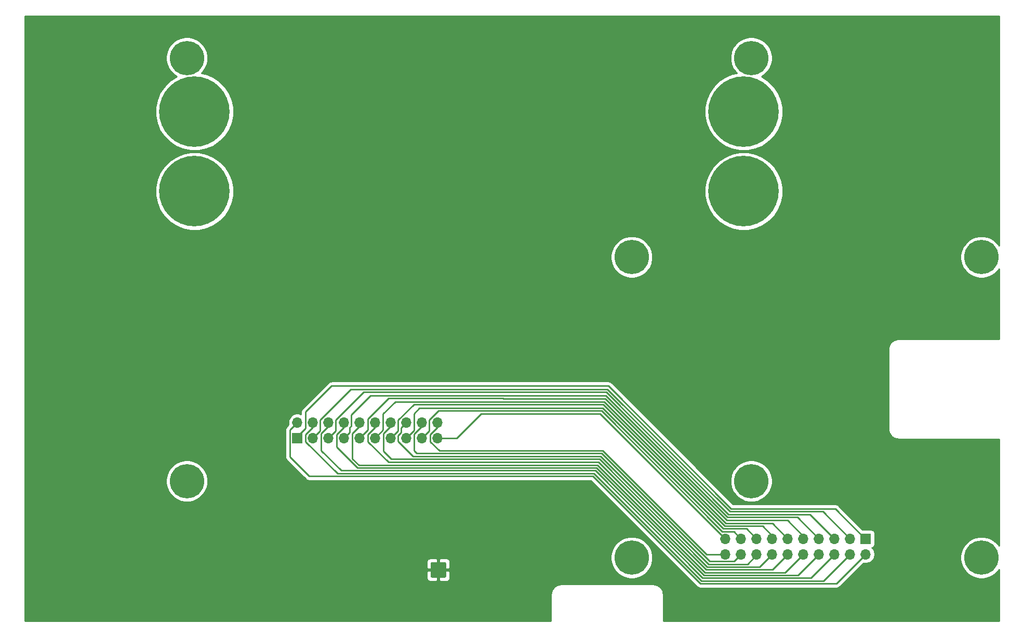
<source format=gbr>
%TF.GenerationSoftware,KiCad,Pcbnew,(5.1.9)-1*%
%TF.CreationDate,2021-09-07T11:59:18+02:00*%
%TF.ProjectId,DDS_mount,4444535f-6d6f-4756-9e74-2e6b69636164,rev?*%
%TF.SameCoordinates,Original*%
%TF.FileFunction,Copper,L1,Top*%
%TF.FilePolarity,Positive*%
%FSLAX46Y46*%
G04 Gerber Fmt 4.6, Leading zero omitted, Abs format (unit mm)*
G04 Created by KiCad (PCBNEW (5.1.9)-1) date 2021-09-07 11:59:18*
%MOMM*%
%LPD*%
G01*
G04 APERTURE LIST*
%TA.AperFunction,ComponentPad*%
%ADD10C,5.600000*%
%TD*%
%TA.AperFunction,ComponentPad*%
%ADD11O,1.700000X1.700000*%
%TD*%
%TA.AperFunction,ComponentPad*%
%ADD12R,1.700000X1.700000*%
%TD*%
%TA.AperFunction,ComponentPad*%
%ADD13C,11.500000*%
%TD*%
%TA.AperFunction,Conductor*%
%ADD14C,0.250000*%
%TD*%
%TA.AperFunction,Conductor*%
%ADD15C,0.254000*%
%TD*%
%TA.AperFunction,Conductor*%
%ADD16C,0.100000*%
%TD*%
G04 APERTURE END LIST*
D10*
%TO.P,J1,~*%
%TO.N,N/C*%
X206500000Y-90000000D03*
X149500000Y-90000000D03*
X206500000Y-139000000D03*
X149500000Y-139000000D03*
D11*
%TO.P,J1,20*%
%TO.N,Net-(J1-Pad20)*%
X164790000Y-138440000D03*
%TO.P,J1,19*%
%TO.N,Net-(J1-Pad19)*%
X164790000Y-135900000D03*
%TO.P,J1,18*%
%TO.N,Net-(J1-Pad18)*%
X167330000Y-138440000D03*
%TO.P,J1,17*%
%TO.N,Net-(J1-Pad17)*%
X167330000Y-135900000D03*
%TO.P,J1,16*%
%TO.N,Net-(J1-Pad16)*%
X169870000Y-138440000D03*
%TO.P,J1,15*%
%TO.N,Net-(J1-Pad15)*%
X169870000Y-135900000D03*
%TO.P,J1,14*%
%TO.N,Net-(J1-Pad14)*%
X172410000Y-138440000D03*
%TO.P,J1,13*%
%TO.N,Net-(J1-Pad13)*%
X172410000Y-135900000D03*
%TO.P,J1,12*%
%TO.N,Net-(J1-Pad12)*%
X174950000Y-138440000D03*
%TO.P,J1,11*%
%TO.N,Net-(J1-Pad11)*%
X174950000Y-135900000D03*
%TO.P,J1,10*%
%TO.N,Net-(J1-Pad10)*%
X177490000Y-138440000D03*
%TO.P,J1,9*%
%TO.N,Net-(J1-Pad9)*%
X177490000Y-135900000D03*
%TO.P,J1,8*%
%TO.N,Net-(J1-Pad8)*%
X180030000Y-138440000D03*
%TO.P,J1,7*%
%TO.N,Net-(J1-Pad7)*%
X180030000Y-135900000D03*
%TO.P,J1,6*%
%TO.N,Net-(J1-Pad6)*%
X182570000Y-138440000D03*
%TO.P,J1,5*%
%TO.N,Net-(J1-Pad5)*%
X182570000Y-135900000D03*
%TO.P,J1,4*%
%TO.N,Net-(J1-Pad4)*%
X185110000Y-138440000D03*
%TO.P,J1,3*%
%TO.N,Net-(J1-Pad3)*%
X185110000Y-135900000D03*
%TO.P,J1,2*%
%TO.N,Net-(J1-Pad2)*%
X187650000Y-138440000D03*
D12*
%TO.P,J1,1*%
%TO.N,Net-(J1-Pad1)*%
X187650000Y-135900000D03*
%TD*%
D13*
%TO.P,J2,~*%
%TO.N,N/C*%
X167750000Y-79250000D03*
X167750000Y-66250000D03*
X78250000Y-79250000D03*
X78250000Y-66250000D03*
D10*
X169000000Y-126500000D03*
X169000000Y-57500000D03*
X77000000Y-57500000D03*
X77000000Y-126500000D03*
D11*
%TO.P,J2,20*%
%TO.N,Net-(J1-Pad20)*%
X117860000Y-116960000D03*
%TO.P,J2,19*%
%TO.N,Net-(J1-Pad19)*%
X117860000Y-119500000D03*
%TO.P,J2,18*%
%TO.N,Net-(J1-Pad18)*%
X115320000Y-116960000D03*
%TO.P,J2,17*%
%TO.N,Net-(J1-Pad17)*%
X115320000Y-119500000D03*
%TO.P,J2,16*%
%TO.N,Net-(J1-Pad16)*%
X112780000Y-116960000D03*
%TO.P,J2,15*%
%TO.N,Net-(J1-Pad15)*%
X112780000Y-119500000D03*
%TO.P,J2,14*%
%TO.N,Net-(J1-Pad14)*%
X110240000Y-116960000D03*
%TO.P,J2,13*%
%TO.N,Net-(J1-Pad13)*%
X110240000Y-119500000D03*
%TO.P,J2,12*%
%TO.N,Net-(J1-Pad12)*%
X107700000Y-116960000D03*
%TO.P,J2,11*%
%TO.N,Net-(J1-Pad11)*%
X107700000Y-119500000D03*
%TO.P,J2,10*%
%TO.N,Net-(J1-Pad10)*%
X105160000Y-116960000D03*
%TO.P,J2,9*%
%TO.N,Net-(J1-Pad9)*%
X105160000Y-119500000D03*
%TO.P,J2,8*%
%TO.N,Net-(J1-Pad8)*%
X102620000Y-116960000D03*
%TO.P,J2,7*%
%TO.N,Net-(J1-Pad7)*%
X102620000Y-119500000D03*
%TO.P,J2,6*%
%TO.N,Net-(J1-Pad6)*%
X100080000Y-116960000D03*
%TO.P,J2,5*%
%TO.N,Net-(J1-Pad5)*%
X100080000Y-119500000D03*
%TO.P,J2,4*%
%TO.N,Net-(J1-Pad4)*%
X97540000Y-116960000D03*
%TO.P,J2,3*%
%TO.N,Net-(J1-Pad3)*%
X97540000Y-119500000D03*
%TO.P,J2,2*%
%TO.N,Net-(J1-Pad2)*%
X95000000Y-116960000D03*
D12*
%TO.P,J2,1*%
%TO.N,Net-(J1-Pad1)*%
X95000000Y-119500000D03*
%TD*%
%TO.P,J3,1*%
%TO.N,GND*%
%TA.AperFunction,ComponentPad*%
G36*
G01*
X116725000Y-142025001D02*
X116725000Y-139974999D01*
G75*
G02*
X116974999Y-139725000I249999J0D01*
G01*
X119025001Y-139725000D01*
G75*
G02*
X119275000Y-139974999I0J-249999D01*
G01*
X119275000Y-142025001D01*
G75*
G02*
X119025001Y-142275000I-249999J0D01*
G01*
X116974999Y-142275000D01*
G75*
G02*
X116725000Y-142025001I0J249999D01*
G01*
G37*
%TD.AperFunction*%
%TD*%
D14*
%TO.N,Net-(J1-Pad1)*%
X95000000Y-119500000D02*
X95000000Y-119300000D01*
X96364999Y-117935001D02*
X96364999Y-115235001D01*
X95000000Y-119300000D02*
X96364999Y-117935001D01*
X96364999Y-115235001D02*
X100600000Y-111000000D01*
X100600000Y-111000000D02*
X145700000Y-111000000D01*
X165720511Y-131020511D02*
X182679489Y-131020511D01*
X145700000Y-111000000D02*
X165720511Y-131020511D01*
X187558978Y-135900000D02*
X187650000Y-135900000D01*
X182679489Y-131020511D02*
X187558978Y-135900000D01*
%TO.N,Net-(J1-Pad2)*%
X93824999Y-118135001D02*
X95000000Y-116960000D01*
X93824999Y-122549999D02*
X93824999Y-118135001D01*
X96975050Y-125700050D02*
X93824999Y-122549999D01*
X143181592Y-125700050D02*
X96975050Y-125700050D01*
X160696617Y-143215075D02*
X143181592Y-125700050D01*
X182874925Y-143215075D02*
X160696617Y-143215075D01*
X187650000Y-138440000D02*
X182874925Y-143215075D01*
%TO.N,Net-(J1-Pad3)*%
X98715001Y-118324999D02*
X97540000Y-119500000D01*
X98715001Y-116584999D02*
X98715001Y-118324999D01*
X145556676Y-111549990D02*
X103750010Y-111549990D01*
X103750010Y-111549990D02*
X98715001Y-116584999D01*
X165477207Y-131470521D02*
X145556676Y-111549990D01*
X180680521Y-131470521D02*
X165477207Y-131470521D01*
X185110000Y-135900000D02*
X180680521Y-131470521D01*
%TO.N,Net-(J1-Pad4)*%
X96364999Y-120064001D02*
X101551038Y-125250040D01*
X96364999Y-118910001D02*
X96364999Y-120064001D01*
X97540000Y-117735000D02*
X96364999Y-118910001D01*
X97540000Y-116960000D02*
X97540000Y-117735000D01*
X180784934Y-142765066D02*
X185110000Y-138440000D01*
X160883018Y-142765066D02*
X180784934Y-142765066D01*
X143367990Y-125250040D02*
X160883018Y-142765066D01*
X101551038Y-125250040D02*
X143367990Y-125250040D01*
%TO.N,Net-(J1-Pad5)*%
X101255001Y-116585997D02*
X105840998Y-112000000D01*
X101255001Y-118324999D02*
X101255001Y-116585997D01*
X100080000Y-119500000D02*
X101255001Y-118324999D01*
X145370276Y-112000000D02*
X165290807Y-131920531D01*
X105840998Y-112000000D02*
X145370276Y-112000000D01*
X178590531Y-131920531D02*
X182570000Y-135900000D01*
X165290807Y-131920531D02*
X178590531Y-131920531D01*
%TO.N,Net-(J1-Pad6)*%
X178694942Y-142315058D02*
X161069417Y-142315057D01*
X182570000Y-138440000D02*
X178694942Y-142315058D01*
X143554390Y-124800030D02*
X102175030Y-124800030D01*
X161069417Y-142315057D02*
X143554390Y-124800030D01*
X100080000Y-117596410D02*
X100080000Y-116960000D01*
X98904999Y-118771411D02*
X100080000Y-117596410D01*
X98904999Y-121529999D02*
X98904999Y-118771411D01*
X102175030Y-124800030D02*
X98904999Y-121529999D01*
%TO.N,Net-(J1-Pad7)*%
X103550000Y-118570000D02*
X102620000Y-119500000D01*
X103550000Y-117769002D02*
X103550000Y-118570000D01*
X103795001Y-117524001D02*
X103550000Y-117769002D01*
X103775000Y-116375998D02*
X103795001Y-116395999D01*
X103775000Y-115725000D02*
X103775000Y-116375998D01*
X106950009Y-112549991D02*
X103775000Y-115725000D01*
X145283857Y-112549991D02*
X106950009Y-112549991D01*
X103795001Y-116395999D02*
X103795001Y-117524001D01*
X165104407Y-132370541D02*
X145283857Y-112549991D01*
X176500541Y-132370541D02*
X165104407Y-132370541D01*
X180030000Y-135900000D02*
X176500541Y-132370541D01*
%TO.N,Net-(J1-Pad8)*%
X102620000Y-116960000D02*
X102620000Y-117760998D01*
X102620000Y-117760998D02*
X101444999Y-118935999D01*
X101444999Y-118935999D02*
X101444999Y-120956409D01*
X161255818Y-141865048D02*
X176604952Y-141865048D01*
X101444999Y-120956409D02*
X104838610Y-124350020D01*
X104838610Y-124350020D02*
X143740790Y-124350020D01*
X143740790Y-124350020D02*
X161255818Y-141865048D01*
X176604952Y-141865048D02*
X180030000Y-138440000D01*
%TO.N,Net-(J1-Pad9)*%
X106524999Y-116395999D02*
X109920998Y-113000000D01*
X106524999Y-118135001D02*
X106524999Y-116395999D01*
X105160000Y-119500000D02*
X106524999Y-118135001D01*
X128500000Y-113000000D02*
X128599980Y-113099980D01*
X128599980Y-113099980D02*
X145197437Y-113099981D01*
X109920998Y-113000000D02*
X128500000Y-113000000D01*
X165022415Y-132924959D02*
X174924959Y-132924959D01*
X145197437Y-113099981D02*
X165022415Y-132924959D01*
X177490000Y-135490000D02*
X177490000Y-135900000D01*
X174924959Y-132924959D02*
X177490000Y-135490000D01*
%TO.N,Net-(J1-Pad10)*%
X105160000Y-116960000D02*
X105160000Y-117596410D01*
X103984999Y-118771411D02*
X103984999Y-122859999D01*
X161442218Y-141415038D02*
X143927190Y-123900010D01*
X177490000Y-138440000D02*
X174514962Y-141415038D01*
X174514962Y-141415038D02*
X161442218Y-141415038D01*
X105160000Y-117596410D02*
X103984999Y-118771411D01*
X143927190Y-123900010D02*
X105025010Y-123900010D01*
X105025010Y-123900010D02*
X103984999Y-122859999D01*
%TO.N,Net-(J1-Pad11)*%
X174950000Y-135900000D02*
X172424969Y-133374969D01*
X172424969Y-133374969D02*
X164836015Y-133374969D01*
X145011036Y-113549990D02*
X110950010Y-113549990D01*
X164836015Y-133374969D02*
X145011036Y-113549990D01*
X110950010Y-113549990D02*
X109000000Y-115500000D01*
X109000000Y-118200000D02*
X107700000Y-119500000D01*
X109000000Y-115500000D02*
X109000000Y-118200000D01*
%TO.N,Net-(J1-Pad12)*%
X109910998Y-123450000D02*
X144113590Y-123450000D01*
X161628619Y-140965029D02*
X172424971Y-140965029D01*
X144113590Y-123450000D02*
X161628619Y-140965029D01*
X106524999Y-118935999D02*
X106524999Y-120064001D01*
X107700000Y-117760998D02*
X106524999Y-118935999D01*
X172424971Y-140965029D02*
X174950000Y-138440000D01*
X107700000Y-116960000D02*
X107700000Y-117760998D01*
X106524999Y-120064001D02*
X109910998Y-123450000D01*
%TO.N,Net-(J1-Pad13)*%
X111415001Y-116585997D02*
X114000998Y-114000000D01*
X111415001Y-118324999D02*
X111415001Y-116585997D01*
X110240000Y-119500000D02*
X111415001Y-118324999D01*
X114000998Y-114000000D02*
X144824636Y-114000000D01*
X164649615Y-133824979D02*
X170824979Y-133824979D01*
X144824636Y-114000000D02*
X164649615Y-133824979D01*
X172410000Y-135410000D02*
X172410000Y-135900000D01*
X170824979Y-133824979D02*
X172410000Y-135410000D01*
%TO.N,Net-(J1-Pad14)*%
X110325010Y-122925010D02*
X109064999Y-121664999D01*
X170334980Y-140515020D02*
X161815020Y-140515020D01*
X161815020Y-140515020D02*
X144225010Y-122925010D01*
X172410000Y-138440000D02*
X170334980Y-140515020D01*
X144225010Y-122925010D02*
X110325010Y-122925010D01*
X110240000Y-117596410D02*
X110240000Y-116960000D01*
X109064999Y-121664999D02*
X109064999Y-118771411D01*
X109064999Y-118771411D02*
X110240000Y-117596410D01*
%TO.N,Net-(J1-Pad15)*%
X169870000Y-135900000D02*
X168244989Y-134274989D01*
X144762801Y-114599981D02*
X114900019Y-114599981D01*
X164437809Y-134274989D02*
X144762801Y-114599981D01*
X168244989Y-134274989D02*
X164437809Y-134274989D01*
X114900019Y-114599981D02*
X114000000Y-115500000D01*
X114000000Y-118280000D02*
X112780000Y-119500000D01*
X114000000Y-115500000D02*
X114000000Y-118280000D01*
%TO.N,Net-(J1-Pad16)*%
X111930001Y-118619999D02*
X111425000Y-119125000D01*
X111425000Y-119125000D02*
X111425000Y-120054002D01*
X169870000Y-138555000D02*
X169870000Y-138440000D01*
X112780000Y-116960000D02*
X111930001Y-117809999D01*
X111930001Y-117809999D02*
X111930001Y-118619999D01*
X111425000Y-120054002D02*
X113845998Y-122475000D01*
X113845998Y-122475000D02*
X144438590Y-122475000D01*
X144438590Y-122475000D02*
X162028601Y-140065011D01*
X162028601Y-140065011D02*
X168359989Y-140065011D01*
X168359989Y-140065011D02*
X169870000Y-138555000D01*
%TO.N,Net-(J1-Pad17)*%
X116495001Y-116585997D02*
X116495001Y-118324999D01*
X118031007Y-115049991D02*
X116495001Y-116585997D01*
X144576401Y-115049991D02*
X118031007Y-115049991D01*
X164251409Y-134724999D02*
X144576401Y-115049991D01*
X116495001Y-118324999D02*
X115320000Y-119500000D01*
X166154999Y-134724999D02*
X164775001Y-134724999D01*
X167330000Y-135900000D02*
X166154999Y-134724999D01*
X164775001Y-134724999D02*
X164251409Y-134724999D01*
X165354001Y-134724999D02*
X164775001Y-134724999D01*
%TO.N,Net-(J1-Pad18)*%
X114050000Y-121550000D02*
X114050000Y-118866410D01*
X115320000Y-117596410D02*
X115320000Y-116960000D01*
X166154999Y-139615001D02*
X162215001Y-139615001D01*
X162215001Y-139615001D02*
X144600010Y-122000010D01*
X167330000Y-138440000D02*
X166154999Y-139615001D01*
X144600010Y-122000010D02*
X114500010Y-122000010D01*
X114500010Y-122000010D02*
X114050000Y-121550000D01*
X114050000Y-118866410D02*
X115320000Y-117596410D01*
%TO.N,Net-(J1-Pad19)*%
X117860000Y-119500000D02*
X121000000Y-119500000D01*
X121000000Y-119500000D02*
X125000000Y-115500000D01*
X144390000Y-115500000D02*
X164790000Y-135900000D01*
X125000000Y-115500000D02*
X144390000Y-115500000D01*
%TO.N,Net-(J1-Pad20)*%
X144800000Y-121550000D02*
X161690000Y-138440000D01*
X118170998Y-121550000D02*
X144800000Y-121550000D01*
X116684999Y-120064001D02*
X118170998Y-121550000D01*
X116684999Y-118935999D02*
X116684999Y-120064001D01*
X161690000Y-138440000D02*
X164790000Y-138440000D01*
X117860000Y-117760998D02*
X116684999Y-118935999D01*
X117860000Y-116960000D02*
X117860000Y-117760998D01*
%TD*%
D15*
%TO.N,GND*%
X209340001Y-88067526D02*
X209168138Y-87810315D01*
X208689685Y-87331862D01*
X208127082Y-86955943D01*
X207501952Y-86697006D01*
X206838318Y-86565000D01*
X206161682Y-86565000D01*
X205498048Y-86697006D01*
X204872918Y-86955943D01*
X204310315Y-87331862D01*
X203831862Y-87810315D01*
X203455943Y-88372918D01*
X203197006Y-88998048D01*
X203065000Y-89661682D01*
X203065000Y-90338318D01*
X203197006Y-91001952D01*
X203455943Y-91627082D01*
X203831862Y-92189685D01*
X204310315Y-92668138D01*
X204872918Y-93044057D01*
X205498048Y-93302994D01*
X206161682Y-93435000D01*
X206838318Y-93435000D01*
X207501952Y-93302994D01*
X208127082Y-93044057D01*
X208689685Y-92668138D01*
X209168138Y-92189685D01*
X209340001Y-91932474D01*
X209340001Y-103340000D01*
X192967581Y-103340000D01*
X192939326Y-103342783D01*
X192933199Y-103342740D01*
X192924028Y-103343640D01*
X192729931Y-103364041D01*
X192671348Y-103376066D01*
X192612577Y-103387277D01*
X192603755Y-103389941D01*
X192417317Y-103447653D01*
X192362162Y-103470838D01*
X192306709Y-103493242D01*
X192298573Y-103497568D01*
X192126896Y-103590393D01*
X192077278Y-103623861D01*
X192027247Y-103656600D01*
X192020106Y-103662424D01*
X191869728Y-103786828D01*
X191827589Y-103829263D01*
X191784839Y-103871126D01*
X191778966Y-103878227D01*
X191655616Y-104029469D01*
X191622534Y-104079262D01*
X191588716Y-104128651D01*
X191584333Y-104136757D01*
X191492708Y-104309079D01*
X191469909Y-104364394D01*
X191446348Y-104419366D01*
X191443623Y-104428169D01*
X191387214Y-104615005D01*
X191375594Y-104673693D01*
X191363158Y-104732196D01*
X191362195Y-104741361D01*
X191343150Y-104935595D01*
X191340000Y-104967582D01*
X191340001Y-118032419D01*
X191342783Y-118060664D01*
X191342740Y-118066801D01*
X191343640Y-118075972D01*
X191364041Y-118270069D01*
X191376068Y-118328658D01*
X191387277Y-118387423D01*
X191389941Y-118396245D01*
X191447653Y-118582683D01*
X191470838Y-118637838D01*
X191493242Y-118693291D01*
X191497568Y-118701427D01*
X191590393Y-118873104D01*
X191623846Y-118922699D01*
X191656600Y-118972753D01*
X191662424Y-118979894D01*
X191786828Y-119130272D01*
X191829263Y-119172411D01*
X191871126Y-119215161D01*
X191878227Y-119221034D01*
X192029469Y-119344384D01*
X192079277Y-119377477D01*
X192128651Y-119411284D01*
X192136757Y-119415667D01*
X192309080Y-119507292D01*
X192364392Y-119530090D01*
X192419366Y-119553652D01*
X192428169Y-119556377D01*
X192615006Y-119612786D01*
X192673686Y-119624405D01*
X192732196Y-119636842D01*
X192741361Y-119637805D01*
X192935594Y-119656850D01*
X192935598Y-119656850D01*
X192967581Y-119660000D01*
X209340000Y-119660000D01*
X209340001Y-137067526D01*
X209168138Y-136810315D01*
X208689685Y-136331862D01*
X208127082Y-135955943D01*
X207501952Y-135697006D01*
X206838318Y-135565000D01*
X206161682Y-135565000D01*
X205498048Y-135697006D01*
X204872918Y-135955943D01*
X204310315Y-136331862D01*
X203831862Y-136810315D01*
X203455943Y-137372918D01*
X203197006Y-137998048D01*
X203065000Y-138661682D01*
X203065000Y-139338318D01*
X203197006Y-140001952D01*
X203455943Y-140627082D01*
X203831862Y-141189685D01*
X204310315Y-141668138D01*
X204872918Y-142044057D01*
X205498048Y-142302994D01*
X206161682Y-142435000D01*
X206838318Y-142435000D01*
X207501952Y-142302994D01*
X208127082Y-142044057D01*
X208689685Y-141668138D01*
X209168138Y-141189685D01*
X209340001Y-140932474D01*
X209340001Y-149340000D01*
X154660000Y-149340000D01*
X154660000Y-144967581D01*
X154657217Y-144939326D01*
X154657260Y-144933199D01*
X154656360Y-144924028D01*
X154635959Y-144729931D01*
X154623934Y-144671348D01*
X154612723Y-144612577D01*
X154610059Y-144603755D01*
X154552347Y-144417317D01*
X154529162Y-144362162D01*
X154506758Y-144306709D01*
X154502432Y-144298573D01*
X154409607Y-144126896D01*
X154376139Y-144077278D01*
X154343400Y-144027247D01*
X154337576Y-144020106D01*
X154213172Y-143869728D01*
X154170737Y-143827589D01*
X154128874Y-143784839D01*
X154121773Y-143778966D01*
X153970531Y-143655616D01*
X153920738Y-143622534D01*
X153871349Y-143588716D01*
X153863243Y-143584333D01*
X153690921Y-143492708D01*
X153635606Y-143469909D01*
X153580634Y-143446348D01*
X153571831Y-143443623D01*
X153384995Y-143387214D01*
X153326307Y-143375594D01*
X153267804Y-143363158D01*
X153258639Y-143362195D01*
X153064405Y-143343150D01*
X153064402Y-143343150D01*
X153032419Y-143340000D01*
X137967581Y-143340000D01*
X137939326Y-143342783D01*
X137933199Y-143342740D01*
X137924028Y-143343640D01*
X137729931Y-143364041D01*
X137671348Y-143376066D01*
X137612577Y-143387277D01*
X137603755Y-143389941D01*
X137417317Y-143447653D01*
X137362162Y-143470838D01*
X137306709Y-143493242D01*
X137298573Y-143497568D01*
X137126896Y-143590393D01*
X137077278Y-143623861D01*
X137027247Y-143656600D01*
X137020106Y-143662424D01*
X136869728Y-143786828D01*
X136827589Y-143829263D01*
X136784839Y-143871126D01*
X136778966Y-143878227D01*
X136655616Y-144029469D01*
X136622534Y-144079262D01*
X136588716Y-144128651D01*
X136584333Y-144136757D01*
X136492708Y-144309079D01*
X136469909Y-144364394D01*
X136446348Y-144419366D01*
X136443623Y-144428169D01*
X136387214Y-144615005D01*
X136375594Y-144673693D01*
X136363158Y-144732196D01*
X136362195Y-144741361D01*
X136343150Y-144935595D01*
X136340000Y-144967582D01*
X136340001Y-149340000D01*
X50660000Y-149340000D01*
X50660000Y-142275000D01*
X116086928Y-142275000D01*
X116099188Y-142399482D01*
X116135498Y-142519180D01*
X116194463Y-142629494D01*
X116273815Y-142726185D01*
X116370506Y-142805537D01*
X116480820Y-142864502D01*
X116600518Y-142900812D01*
X116725000Y-142913072D01*
X117714250Y-142910000D01*
X117873000Y-142751250D01*
X117873000Y-141127000D01*
X118127000Y-141127000D01*
X118127000Y-142751250D01*
X118285750Y-142910000D01*
X119275000Y-142913072D01*
X119399482Y-142900812D01*
X119519180Y-142864502D01*
X119629494Y-142805537D01*
X119726185Y-142726185D01*
X119805537Y-142629494D01*
X119864502Y-142519180D01*
X119900812Y-142399482D01*
X119913072Y-142275000D01*
X119910000Y-141285750D01*
X119751250Y-141127000D01*
X118127000Y-141127000D01*
X117873000Y-141127000D01*
X116248750Y-141127000D01*
X116090000Y-141285750D01*
X116086928Y-142275000D01*
X50660000Y-142275000D01*
X50660000Y-139725000D01*
X116086928Y-139725000D01*
X116090000Y-140714250D01*
X116248750Y-140873000D01*
X117873000Y-140873000D01*
X117873000Y-139248750D01*
X118127000Y-139248750D01*
X118127000Y-140873000D01*
X119751250Y-140873000D01*
X119910000Y-140714250D01*
X119913072Y-139725000D01*
X119900812Y-139600518D01*
X119864502Y-139480820D01*
X119805537Y-139370506D01*
X119726185Y-139273815D01*
X119629494Y-139194463D01*
X119519180Y-139135498D01*
X119399482Y-139099188D01*
X119275000Y-139086928D01*
X118285750Y-139090000D01*
X118127000Y-139248750D01*
X117873000Y-139248750D01*
X117714250Y-139090000D01*
X116725000Y-139086928D01*
X116600518Y-139099188D01*
X116480820Y-139135498D01*
X116370506Y-139194463D01*
X116273815Y-139273815D01*
X116194463Y-139370506D01*
X116135498Y-139480820D01*
X116099188Y-139600518D01*
X116086928Y-139725000D01*
X50660000Y-139725000D01*
X50660000Y-138661682D01*
X146065000Y-138661682D01*
X146065000Y-139338318D01*
X146197006Y-140001952D01*
X146455943Y-140627082D01*
X146831862Y-141189685D01*
X147310315Y-141668138D01*
X147872918Y-142044057D01*
X148498048Y-142302994D01*
X149161682Y-142435000D01*
X149838318Y-142435000D01*
X150501952Y-142302994D01*
X151127082Y-142044057D01*
X151689685Y-141668138D01*
X152168138Y-141189685D01*
X152544057Y-140627082D01*
X152802994Y-140001952D01*
X152935000Y-139338318D01*
X152935000Y-138661682D01*
X152802994Y-137998048D01*
X152544057Y-137372918D01*
X152168138Y-136810315D01*
X151689685Y-136331862D01*
X151127082Y-135955943D01*
X150501952Y-135697006D01*
X149838318Y-135565000D01*
X149161682Y-135565000D01*
X148498048Y-135697006D01*
X147872918Y-135955943D01*
X147310315Y-136331862D01*
X146831862Y-136810315D01*
X146455943Y-137372918D01*
X146197006Y-137998048D01*
X146065000Y-138661682D01*
X50660000Y-138661682D01*
X50660000Y-126161682D01*
X73565000Y-126161682D01*
X73565000Y-126838318D01*
X73697006Y-127501952D01*
X73955943Y-128127082D01*
X74331862Y-128689685D01*
X74810315Y-129168138D01*
X75372918Y-129544057D01*
X75998048Y-129802994D01*
X76661682Y-129935000D01*
X77338318Y-129935000D01*
X78001952Y-129802994D01*
X78627082Y-129544057D01*
X79189685Y-129168138D01*
X79668138Y-128689685D01*
X80044057Y-128127082D01*
X80302994Y-127501952D01*
X80435000Y-126838318D01*
X80435000Y-126161682D01*
X80302994Y-125498048D01*
X80044057Y-124872918D01*
X79668138Y-124310315D01*
X79189685Y-123831862D01*
X78627082Y-123455943D01*
X78001952Y-123197006D01*
X77338318Y-123065000D01*
X76661682Y-123065000D01*
X75998048Y-123197006D01*
X75372918Y-123455943D01*
X74810315Y-123831862D01*
X74331862Y-124310315D01*
X73955943Y-124872918D01*
X73697006Y-125498048D01*
X73565000Y-126161682D01*
X50660000Y-126161682D01*
X50660000Y-118135001D01*
X93061323Y-118135001D01*
X93065000Y-118172333D01*
X93064999Y-122512676D01*
X93061323Y-122549999D01*
X93064999Y-122587321D01*
X93064999Y-122587331D01*
X93075996Y-122698984D01*
X93119453Y-122842245D01*
X93190025Y-122974275D01*
X93218510Y-123008984D01*
X93284998Y-123090000D01*
X93314002Y-123113803D01*
X96411250Y-126211052D01*
X96435049Y-126240051D01*
X96550774Y-126335024D01*
X96682803Y-126405596D01*
X96826064Y-126449053D01*
X96937717Y-126460050D01*
X96937727Y-126460050D01*
X96975050Y-126463726D01*
X97012373Y-126460050D01*
X142866791Y-126460050D01*
X160132818Y-143726078D01*
X160156616Y-143755076D01*
X160185614Y-143778874D01*
X160272340Y-143850049D01*
X160345414Y-143889108D01*
X160404370Y-143920621D01*
X160547631Y-143964078D01*
X160659284Y-143975075D01*
X160659294Y-143975075D01*
X160696617Y-143978751D01*
X160733940Y-143975075D01*
X182837603Y-143975075D01*
X182874925Y-143978751D01*
X182912247Y-143975075D01*
X182912258Y-143975075D01*
X183023911Y-143964078D01*
X183167172Y-143920621D01*
X183299201Y-143850049D01*
X183414926Y-143755076D01*
X183438729Y-143726072D01*
X187283592Y-139881210D01*
X187503740Y-139925000D01*
X187796260Y-139925000D01*
X188083158Y-139867932D01*
X188353411Y-139755990D01*
X188596632Y-139593475D01*
X188803475Y-139386632D01*
X188965990Y-139143411D01*
X189077932Y-138873158D01*
X189135000Y-138586260D01*
X189135000Y-138293740D01*
X189077932Y-138006842D01*
X188965990Y-137736589D01*
X188803475Y-137493368D01*
X188671620Y-137361513D01*
X188744180Y-137339502D01*
X188854494Y-137280537D01*
X188951185Y-137201185D01*
X189030537Y-137104494D01*
X189089502Y-136994180D01*
X189125812Y-136874482D01*
X189138072Y-136750000D01*
X189138072Y-135050000D01*
X189125812Y-134925518D01*
X189089502Y-134805820D01*
X189030537Y-134695506D01*
X188951185Y-134598815D01*
X188854494Y-134519463D01*
X188744180Y-134460498D01*
X188624482Y-134424188D01*
X188500000Y-134411928D01*
X187145708Y-134411928D01*
X183243293Y-130509514D01*
X183219490Y-130480510D01*
X183103765Y-130385537D01*
X182971736Y-130314965D01*
X182828475Y-130271508D01*
X182716822Y-130260511D01*
X182716811Y-130260511D01*
X182679489Y-130256835D01*
X182642167Y-130260511D01*
X166035313Y-130260511D01*
X161936484Y-126161682D01*
X165565000Y-126161682D01*
X165565000Y-126838318D01*
X165697006Y-127501952D01*
X165955943Y-128127082D01*
X166331862Y-128689685D01*
X166810315Y-129168138D01*
X167372918Y-129544057D01*
X167998048Y-129802994D01*
X168661682Y-129935000D01*
X169338318Y-129935000D01*
X170001952Y-129802994D01*
X170627082Y-129544057D01*
X171189685Y-129168138D01*
X171668138Y-128689685D01*
X172044057Y-128127082D01*
X172302994Y-127501952D01*
X172435000Y-126838318D01*
X172435000Y-126161682D01*
X172302994Y-125498048D01*
X172044057Y-124872918D01*
X171668138Y-124310315D01*
X171189685Y-123831862D01*
X170627082Y-123455943D01*
X170001952Y-123197006D01*
X169338318Y-123065000D01*
X168661682Y-123065000D01*
X167998048Y-123197006D01*
X167372918Y-123455943D01*
X166810315Y-123831862D01*
X166331862Y-124310315D01*
X165955943Y-124872918D01*
X165697006Y-125498048D01*
X165565000Y-126161682D01*
X161936484Y-126161682D01*
X146263804Y-110489003D01*
X146240001Y-110459999D01*
X146124276Y-110365026D01*
X145992247Y-110294454D01*
X145848986Y-110250997D01*
X145737333Y-110240000D01*
X145737322Y-110240000D01*
X145700000Y-110236324D01*
X145662678Y-110240000D01*
X100637323Y-110240000D01*
X100600000Y-110236324D01*
X100562677Y-110240000D01*
X100562667Y-110240000D01*
X100451014Y-110250997D01*
X100307753Y-110294454D01*
X100175724Y-110365026D01*
X100059999Y-110459999D01*
X100036201Y-110488997D01*
X95853997Y-114671202D01*
X95824999Y-114695000D01*
X95801201Y-114723998D01*
X95801200Y-114723999D01*
X95730025Y-114810725D01*
X95659453Y-114942755D01*
X95653821Y-114961323D01*
X95619119Y-115075725D01*
X95615997Y-115086016D01*
X95601323Y-115235001D01*
X95605000Y-115272333D01*
X95605000Y-115603247D01*
X95433158Y-115532068D01*
X95146260Y-115475000D01*
X94853740Y-115475000D01*
X94566842Y-115532068D01*
X94296589Y-115644010D01*
X94053368Y-115806525D01*
X93846525Y-116013368D01*
X93684010Y-116256589D01*
X93572068Y-116526842D01*
X93515000Y-116813740D01*
X93515000Y-117106260D01*
X93558791Y-117326408D01*
X93313997Y-117571202D01*
X93284999Y-117595000D01*
X93261201Y-117623998D01*
X93261200Y-117623999D01*
X93190025Y-117710725D01*
X93119453Y-117842755D01*
X93101869Y-117900724D01*
X93075997Y-117986015D01*
X93066347Y-118083988D01*
X93061323Y-118135001D01*
X50660000Y-118135001D01*
X50660000Y-89661682D01*
X146065000Y-89661682D01*
X146065000Y-90338318D01*
X146197006Y-91001952D01*
X146455943Y-91627082D01*
X146831862Y-92189685D01*
X147310315Y-92668138D01*
X147872918Y-93044057D01*
X148498048Y-93302994D01*
X149161682Y-93435000D01*
X149838318Y-93435000D01*
X150501952Y-93302994D01*
X151127082Y-93044057D01*
X151689685Y-92668138D01*
X152168138Y-92189685D01*
X152544057Y-91627082D01*
X152802994Y-91001952D01*
X152935000Y-90338318D01*
X152935000Y-89661682D01*
X152802994Y-88998048D01*
X152544057Y-88372918D01*
X152168138Y-87810315D01*
X151689685Y-87331862D01*
X151127082Y-86955943D01*
X150501952Y-86697006D01*
X149838318Y-86565000D01*
X149161682Y-86565000D01*
X148498048Y-86697006D01*
X147872918Y-86955943D01*
X147310315Y-87331862D01*
X146831862Y-87810315D01*
X146455943Y-88372918D01*
X146197006Y-88998048D01*
X146065000Y-89661682D01*
X50660000Y-89661682D01*
X50660000Y-78621132D01*
X71865000Y-78621132D01*
X71865000Y-79878868D01*
X72110372Y-81112436D01*
X72591687Y-82274431D01*
X73290447Y-83320200D01*
X74179800Y-84209553D01*
X75225569Y-84908313D01*
X76387564Y-85389628D01*
X77621132Y-85635000D01*
X78878868Y-85635000D01*
X80112436Y-85389628D01*
X81274431Y-84908313D01*
X82320200Y-84209553D01*
X83209553Y-83320200D01*
X83908313Y-82274431D01*
X84389628Y-81112436D01*
X84635000Y-79878868D01*
X84635000Y-78621132D01*
X161365000Y-78621132D01*
X161365000Y-79878868D01*
X161610372Y-81112436D01*
X162091687Y-82274431D01*
X162790447Y-83320200D01*
X163679800Y-84209553D01*
X164725569Y-84908313D01*
X165887564Y-85389628D01*
X167121132Y-85635000D01*
X168378868Y-85635000D01*
X169612436Y-85389628D01*
X170774431Y-84908313D01*
X171820200Y-84209553D01*
X172709553Y-83320200D01*
X173408313Y-82274431D01*
X173889628Y-81112436D01*
X174135000Y-79878868D01*
X174135000Y-78621132D01*
X173889628Y-77387564D01*
X173408313Y-76225569D01*
X172709553Y-75179800D01*
X171820200Y-74290447D01*
X170774431Y-73591687D01*
X169612436Y-73110372D01*
X168378868Y-72865000D01*
X167121132Y-72865000D01*
X165887564Y-73110372D01*
X164725569Y-73591687D01*
X163679800Y-74290447D01*
X162790447Y-75179800D01*
X162091687Y-76225569D01*
X161610372Y-77387564D01*
X161365000Y-78621132D01*
X84635000Y-78621132D01*
X84389628Y-77387564D01*
X83908313Y-76225569D01*
X83209553Y-75179800D01*
X82320200Y-74290447D01*
X81274431Y-73591687D01*
X80112436Y-73110372D01*
X78878868Y-72865000D01*
X77621132Y-72865000D01*
X76387564Y-73110372D01*
X75225569Y-73591687D01*
X74179800Y-74290447D01*
X73290447Y-75179800D01*
X72591687Y-76225569D01*
X72110372Y-77387564D01*
X71865000Y-78621132D01*
X50660000Y-78621132D01*
X50660000Y-65621132D01*
X71865000Y-65621132D01*
X71865000Y-66878868D01*
X72110372Y-68112436D01*
X72591687Y-69274431D01*
X73290447Y-70320200D01*
X74179800Y-71209553D01*
X75225569Y-71908313D01*
X76387564Y-72389628D01*
X77621132Y-72635000D01*
X78878868Y-72635000D01*
X80112436Y-72389628D01*
X81274431Y-71908313D01*
X82320200Y-71209553D01*
X83209553Y-70320200D01*
X83908313Y-69274431D01*
X84389628Y-68112436D01*
X84635000Y-66878868D01*
X84635000Y-65621132D01*
X161365000Y-65621132D01*
X161365000Y-66878868D01*
X161610372Y-68112436D01*
X162091687Y-69274431D01*
X162790447Y-70320200D01*
X163679800Y-71209553D01*
X164725569Y-71908313D01*
X165887564Y-72389628D01*
X167121132Y-72635000D01*
X168378868Y-72635000D01*
X169612436Y-72389628D01*
X170774431Y-71908313D01*
X171820200Y-71209553D01*
X172709553Y-70320200D01*
X173408313Y-69274431D01*
X173889628Y-68112436D01*
X174135000Y-66878868D01*
X174135000Y-65621132D01*
X173889628Y-64387564D01*
X173408313Y-63225569D01*
X172709553Y-62179800D01*
X171820200Y-61290447D01*
X170774431Y-60591687D01*
X170639466Y-60535782D01*
X171189685Y-60168138D01*
X171668138Y-59689685D01*
X172044057Y-59127082D01*
X172302994Y-58501952D01*
X172435000Y-57838318D01*
X172435000Y-57161682D01*
X172302994Y-56498048D01*
X172044057Y-55872918D01*
X171668138Y-55310315D01*
X171189685Y-54831862D01*
X170627082Y-54455943D01*
X170001952Y-54197006D01*
X169338318Y-54065000D01*
X168661682Y-54065000D01*
X167998048Y-54197006D01*
X167372918Y-54455943D01*
X166810315Y-54831862D01*
X166331862Y-55310315D01*
X165955943Y-55872918D01*
X165697006Y-56498048D01*
X165565000Y-57161682D01*
X165565000Y-57838318D01*
X165697006Y-58501952D01*
X165955943Y-59127082D01*
X166331862Y-59689685D01*
X166609039Y-59966862D01*
X165887564Y-60110372D01*
X164725569Y-60591687D01*
X163679800Y-61290447D01*
X162790447Y-62179800D01*
X162091687Y-63225569D01*
X161610372Y-64387564D01*
X161365000Y-65621132D01*
X84635000Y-65621132D01*
X84389628Y-64387564D01*
X83908313Y-63225569D01*
X83209553Y-62179800D01*
X82320200Y-61290447D01*
X81274431Y-60591687D01*
X80112436Y-60110372D01*
X79390961Y-59966862D01*
X79668138Y-59689685D01*
X80044057Y-59127082D01*
X80302994Y-58501952D01*
X80435000Y-57838318D01*
X80435000Y-57161682D01*
X80302994Y-56498048D01*
X80044057Y-55872918D01*
X79668138Y-55310315D01*
X79189685Y-54831862D01*
X78627082Y-54455943D01*
X78001952Y-54197006D01*
X77338318Y-54065000D01*
X76661682Y-54065000D01*
X75998048Y-54197006D01*
X75372918Y-54455943D01*
X74810315Y-54831862D01*
X74331862Y-55310315D01*
X73955943Y-55872918D01*
X73697006Y-56498048D01*
X73565000Y-57161682D01*
X73565000Y-57838318D01*
X73697006Y-58501952D01*
X73955943Y-59127082D01*
X74331862Y-59689685D01*
X74810315Y-60168138D01*
X75360534Y-60535782D01*
X75225569Y-60591687D01*
X74179800Y-61290447D01*
X73290447Y-62179800D01*
X72591687Y-63225569D01*
X72110372Y-64387564D01*
X71865000Y-65621132D01*
X50660000Y-65621132D01*
X50660000Y-50660000D01*
X209340000Y-50660000D01*
X209340001Y-88067526D01*
%TA.AperFunction,Conductor*%
D16*
G36*
X209340001Y-88067526D02*
G01*
X209168138Y-87810315D01*
X208689685Y-87331862D01*
X208127082Y-86955943D01*
X207501952Y-86697006D01*
X206838318Y-86565000D01*
X206161682Y-86565000D01*
X205498048Y-86697006D01*
X204872918Y-86955943D01*
X204310315Y-87331862D01*
X203831862Y-87810315D01*
X203455943Y-88372918D01*
X203197006Y-88998048D01*
X203065000Y-89661682D01*
X203065000Y-90338318D01*
X203197006Y-91001952D01*
X203455943Y-91627082D01*
X203831862Y-92189685D01*
X204310315Y-92668138D01*
X204872918Y-93044057D01*
X205498048Y-93302994D01*
X206161682Y-93435000D01*
X206838318Y-93435000D01*
X207501952Y-93302994D01*
X208127082Y-93044057D01*
X208689685Y-92668138D01*
X209168138Y-92189685D01*
X209340001Y-91932474D01*
X209340001Y-103340000D01*
X192967581Y-103340000D01*
X192939326Y-103342783D01*
X192933199Y-103342740D01*
X192924028Y-103343640D01*
X192729931Y-103364041D01*
X192671348Y-103376066D01*
X192612577Y-103387277D01*
X192603755Y-103389941D01*
X192417317Y-103447653D01*
X192362162Y-103470838D01*
X192306709Y-103493242D01*
X192298573Y-103497568D01*
X192126896Y-103590393D01*
X192077278Y-103623861D01*
X192027247Y-103656600D01*
X192020106Y-103662424D01*
X191869728Y-103786828D01*
X191827589Y-103829263D01*
X191784839Y-103871126D01*
X191778966Y-103878227D01*
X191655616Y-104029469D01*
X191622534Y-104079262D01*
X191588716Y-104128651D01*
X191584333Y-104136757D01*
X191492708Y-104309079D01*
X191469909Y-104364394D01*
X191446348Y-104419366D01*
X191443623Y-104428169D01*
X191387214Y-104615005D01*
X191375594Y-104673693D01*
X191363158Y-104732196D01*
X191362195Y-104741361D01*
X191343150Y-104935595D01*
X191340000Y-104967582D01*
X191340001Y-118032419D01*
X191342783Y-118060664D01*
X191342740Y-118066801D01*
X191343640Y-118075972D01*
X191364041Y-118270069D01*
X191376068Y-118328658D01*
X191387277Y-118387423D01*
X191389941Y-118396245D01*
X191447653Y-118582683D01*
X191470838Y-118637838D01*
X191493242Y-118693291D01*
X191497568Y-118701427D01*
X191590393Y-118873104D01*
X191623846Y-118922699D01*
X191656600Y-118972753D01*
X191662424Y-118979894D01*
X191786828Y-119130272D01*
X191829263Y-119172411D01*
X191871126Y-119215161D01*
X191878227Y-119221034D01*
X192029469Y-119344384D01*
X192079277Y-119377477D01*
X192128651Y-119411284D01*
X192136757Y-119415667D01*
X192309080Y-119507292D01*
X192364392Y-119530090D01*
X192419366Y-119553652D01*
X192428169Y-119556377D01*
X192615006Y-119612786D01*
X192673686Y-119624405D01*
X192732196Y-119636842D01*
X192741361Y-119637805D01*
X192935594Y-119656850D01*
X192935598Y-119656850D01*
X192967581Y-119660000D01*
X209340000Y-119660000D01*
X209340001Y-137067526D01*
X209168138Y-136810315D01*
X208689685Y-136331862D01*
X208127082Y-135955943D01*
X207501952Y-135697006D01*
X206838318Y-135565000D01*
X206161682Y-135565000D01*
X205498048Y-135697006D01*
X204872918Y-135955943D01*
X204310315Y-136331862D01*
X203831862Y-136810315D01*
X203455943Y-137372918D01*
X203197006Y-137998048D01*
X203065000Y-138661682D01*
X203065000Y-139338318D01*
X203197006Y-140001952D01*
X203455943Y-140627082D01*
X203831862Y-141189685D01*
X204310315Y-141668138D01*
X204872918Y-142044057D01*
X205498048Y-142302994D01*
X206161682Y-142435000D01*
X206838318Y-142435000D01*
X207501952Y-142302994D01*
X208127082Y-142044057D01*
X208689685Y-141668138D01*
X209168138Y-141189685D01*
X209340001Y-140932474D01*
X209340001Y-149340000D01*
X154660000Y-149340000D01*
X154660000Y-144967581D01*
X154657217Y-144939326D01*
X154657260Y-144933199D01*
X154656360Y-144924028D01*
X154635959Y-144729931D01*
X154623934Y-144671348D01*
X154612723Y-144612577D01*
X154610059Y-144603755D01*
X154552347Y-144417317D01*
X154529162Y-144362162D01*
X154506758Y-144306709D01*
X154502432Y-144298573D01*
X154409607Y-144126896D01*
X154376139Y-144077278D01*
X154343400Y-144027247D01*
X154337576Y-144020106D01*
X154213172Y-143869728D01*
X154170737Y-143827589D01*
X154128874Y-143784839D01*
X154121773Y-143778966D01*
X153970531Y-143655616D01*
X153920738Y-143622534D01*
X153871349Y-143588716D01*
X153863243Y-143584333D01*
X153690921Y-143492708D01*
X153635606Y-143469909D01*
X153580634Y-143446348D01*
X153571831Y-143443623D01*
X153384995Y-143387214D01*
X153326307Y-143375594D01*
X153267804Y-143363158D01*
X153258639Y-143362195D01*
X153064405Y-143343150D01*
X153064402Y-143343150D01*
X153032419Y-143340000D01*
X137967581Y-143340000D01*
X137939326Y-143342783D01*
X137933199Y-143342740D01*
X137924028Y-143343640D01*
X137729931Y-143364041D01*
X137671348Y-143376066D01*
X137612577Y-143387277D01*
X137603755Y-143389941D01*
X137417317Y-143447653D01*
X137362162Y-143470838D01*
X137306709Y-143493242D01*
X137298573Y-143497568D01*
X137126896Y-143590393D01*
X137077278Y-143623861D01*
X137027247Y-143656600D01*
X137020106Y-143662424D01*
X136869728Y-143786828D01*
X136827589Y-143829263D01*
X136784839Y-143871126D01*
X136778966Y-143878227D01*
X136655616Y-144029469D01*
X136622534Y-144079262D01*
X136588716Y-144128651D01*
X136584333Y-144136757D01*
X136492708Y-144309079D01*
X136469909Y-144364394D01*
X136446348Y-144419366D01*
X136443623Y-144428169D01*
X136387214Y-144615005D01*
X136375594Y-144673693D01*
X136363158Y-144732196D01*
X136362195Y-144741361D01*
X136343150Y-144935595D01*
X136340000Y-144967582D01*
X136340001Y-149340000D01*
X50660000Y-149340000D01*
X50660000Y-142275000D01*
X116086928Y-142275000D01*
X116099188Y-142399482D01*
X116135498Y-142519180D01*
X116194463Y-142629494D01*
X116273815Y-142726185D01*
X116370506Y-142805537D01*
X116480820Y-142864502D01*
X116600518Y-142900812D01*
X116725000Y-142913072D01*
X117714250Y-142910000D01*
X117873000Y-142751250D01*
X117873000Y-141127000D01*
X118127000Y-141127000D01*
X118127000Y-142751250D01*
X118285750Y-142910000D01*
X119275000Y-142913072D01*
X119399482Y-142900812D01*
X119519180Y-142864502D01*
X119629494Y-142805537D01*
X119726185Y-142726185D01*
X119805537Y-142629494D01*
X119864502Y-142519180D01*
X119900812Y-142399482D01*
X119913072Y-142275000D01*
X119910000Y-141285750D01*
X119751250Y-141127000D01*
X118127000Y-141127000D01*
X117873000Y-141127000D01*
X116248750Y-141127000D01*
X116090000Y-141285750D01*
X116086928Y-142275000D01*
X50660000Y-142275000D01*
X50660000Y-139725000D01*
X116086928Y-139725000D01*
X116090000Y-140714250D01*
X116248750Y-140873000D01*
X117873000Y-140873000D01*
X117873000Y-139248750D01*
X118127000Y-139248750D01*
X118127000Y-140873000D01*
X119751250Y-140873000D01*
X119910000Y-140714250D01*
X119913072Y-139725000D01*
X119900812Y-139600518D01*
X119864502Y-139480820D01*
X119805537Y-139370506D01*
X119726185Y-139273815D01*
X119629494Y-139194463D01*
X119519180Y-139135498D01*
X119399482Y-139099188D01*
X119275000Y-139086928D01*
X118285750Y-139090000D01*
X118127000Y-139248750D01*
X117873000Y-139248750D01*
X117714250Y-139090000D01*
X116725000Y-139086928D01*
X116600518Y-139099188D01*
X116480820Y-139135498D01*
X116370506Y-139194463D01*
X116273815Y-139273815D01*
X116194463Y-139370506D01*
X116135498Y-139480820D01*
X116099188Y-139600518D01*
X116086928Y-139725000D01*
X50660000Y-139725000D01*
X50660000Y-138661682D01*
X146065000Y-138661682D01*
X146065000Y-139338318D01*
X146197006Y-140001952D01*
X146455943Y-140627082D01*
X146831862Y-141189685D01*
X147310315Y-141668138D01*
X147872918Y-142044057D01*
X148498048Y-142302994D01*
X149161682Y-142435000D01*
X149838318Y-142435000D01*
X150501952Y-142302994D01*
X151127082Y-142044057D01*
X151689685Y-141668138D01*
X152168138Y-141189685D01*
X152544057Y-140627082D01*
X152802994Y-140001952D01*
X152935000Y-139338318D01*
X152935000Y-138661682D01*
X152802994Y-137998048D01*
X152544057Y-137372918D01*
X152168138Y-136810315D01*
X151689685Y-136331862D01*
X151127082Y-135955943D01*
X150501952Y-135697006D01*
X149838318Y-135565000D01*
X149161682Y-135565000D01*
X148498048Y-135697006D01*
X147872918Y-135955943D01*
X147310315Y-136331862D01*
X146831862Y-136810315D01*
X146455943Y-137372918D01*
X146197006Y-137998048D01*
X146065000Y-138661682D01*
X50660000Y-138661682D01*
X50660000Y-126161682D01*
X73565000Y-126161682D01*
X73565000Y-126838318D01*
X73697006Y-127501952D01*
X73955943Y-128127082D01*
X74331862Y-128689685D01*
X74810315Y-129168138D01*
X75372918Y-129544057D01*
X75998048Y-129802994D01*
X76661682Y-129935000D01*
X77338318Y-129935000D01*
X78001952Y-129802994D01*
X78627082Y-129544057D01*
X79189685Y-129168138D01*
X79668138Y-128689685D01*
X80044057Y-128127082D01*
X80302994Y-127501952D01*
X80435000Y-126838318D01*
X80435000Y-126161682D01*
X80302994Y-125498048D01*
X80044057Y-124872918D01*
X79668138Y-124310315D01*
X79189685Y-123831862D01*
X78627082Y-123455943D01*
X78001952Y-123197006D01*
X77338318Y-123065000D01*
X76661682Y-123065000D01*
X75998048Y-123197006D01*
X75372918Y-123455943D01*
X74810315Y-123831862D01*
X74331862Y-124310315D01*
X73955943Y-124872918D01*
X73697006Y-125498048D01*
X73565000Y-126161682D01*
X50660000Y-126161682D01*
X50660000Y-118135001D01*
X93061323Y-118135001D01*
X93065000Y-118172333D01*
X93064999Y-122512676D01*
X93061323Y-122549999D01*
X93064999Y-122587321D01*
X93064999Y-122587331D01*
X93075996Y-122698984D01*
X93119453Y-122842245D01*
X93190025Y-122974275D01*
X93218510Y-123008984D01*
X93284998Y-123090000D01*
X93314002Y-123113803D01*
X96411250Y-126211052D01*
X96435049Y-126240051D01*
X96550774Y-126335024D01*
X96682803Y-126405596D01*
X96826064Y-126449053D01*
X96937717Y-126460050D01*
X96937727Y-126460050D01*
X96975050Y-126463726D01*
X97012373Y-126460050D01*
X142866791Y-126460050D01*
X160132818Y-143726078D01*
X160156616Y-143755076D01*
X160185614Y-143778874D01*
X160272340Y-143850049D01*
X160345414Y-143889108D01*
X160404370Y-143920621D01*
X160547631Y-143964078D01*
X160659284Y-143975075D01*
X160659294Y-143975075D01*
X160696617Y-143978751D01*
X160733940Y-143975075D01*
X182837603Y-143975075D01*
X182874925Y-143978751D01*
X182912247Y-143975075D01*
X182912258Y-143975075D01*
X183023911Y-143964078D01*
X183167172Y-143920621D01*
X183299201Y-143850049D01*
X183414926Y-143755076D01*
X183438729Y-143726072D01*
X187283592Y-139881210D01*
X187503740Y-139925000D01*
X187796260Y-139925000D01*
X188083158Y-139867932D01*
X188353411Y-139755990D01*
X188596632Y-139593475D01*
X188803475Y-139386632D01*
X188965990Y-139143411D01*
X189077932Y-138873158D01*
X189135000Y-138586260D01*
X189135000Y-138293740D01*
X189077932Y-138006842D01*
X188965990Y-137736589D01*
X188803475Y-137493368D01*
X188671620Y-137361513D01*
X188744180Y-137339502D01*
X188854494Y-137280537D01*
X188951185Y-137201185D01*
X189030537Y-137104494D01*
X189089502Y-136994180D01*
X189125812Y-136874482D01*
X189138072Y-136750000D01*
X189138072Y-135050000D01*
X189125812Y-134925518D01*
X189089502Y-134805820D01*
X189030537Y-134695506D01*
X188951185Y-134598815D01*
X188854494Y-134519463D01*
X188744180Y-134460498D01*
X188624482Y-134424188D01*
X188500000Y-134411928D01*
X187145708Y-134411928D01*
X183243293Y-130509514D01*
X183219490Y-130480510D01*
X183103765Y-130385537D01*
X182971736Y-130314965D01*
X182828475Y-130271508D01*
X182716822Y-130260511D01*
X182716811Y-130260511D01*
X182679489Y-130256835D01*
X182642167Y-130260511D01*
X166035313Y-130260511D01*
X161936484Y-126161682D01*
X165565000Y-126161682D01*
X165565000Y-126838318D01*
X165697006Y-127501952D01*
X165955943Y-128127082D01*
X166331862Y-128689685D01*
X166810315Y-129168138D01*
X167372918Y-129544057D01*
X167998048Y-129802994D01*
X168661682Y-129935000D01*
X169338318Y-129935000D01*
X170001952Y-129802994D01*
X170627082Y-129544057D01*
X171189685Y-129168138D01*
X171668138Y-128689685D01*
X172044057Y-128127082D01*
X172302994Y-127501952D01*
X172435000Y-126838318D01*
X172435000Y-126161682D01*
X172302994Y-125498048D01*
X172044057Y-124872918D01*
X171668138Y-124310315D01*
X171189685Y-123831862D01*
X170627082Y-123455943D01*
X170001952Y-123197006D01*
X169338318Y-123065000D01*
X168661682Y-123065000D01*
X167998048Y-123197006D01*
X167372918Y-123455943D01*
X166810315Y-123831862D01*
X166331862Y-124310315D01*
X165955943Y-124872918D01*
X165697006Y-125498048D01*
X165565000Y-126161682D01*
X161936484Y-126161682D01*
X146263804Y-110489003D01*
X146240001Y-110459999D01*
X146124276Y-110365026D01*
X145992247Y-110294454D01*
X145848986Y-110250997D01*
X145737333Y-110240000D01*
X145737322Y-110240000D01*
X145700000Y-110236324D01*
X145662678Y-110240000D01*
X100637323Y-110240000D01*
X100600000Y-110236324D01*
X100562677Y-110240000D01*
X100562667Y-110240000D01*
X100451014Y-110250997D01*
X100307753Y-110294454D01*
X100175724Y-110365026D01*
X100059999Y-110459999D01*
X100036201Y-110488997D01*
X95853997Y-114671202D01*
X95824999Y-114695000D01*
X95801201Y-114723998D01*
X95801200Y-114723999D01*
X95730025Y-114810725D01*
X95659453Y-114942755D01*
X95653821Y-114961323D01*
X95619119Y-115075725D01*
X95615997Y-115086016D01*
X95601323Y-115235001D01*
X95605000Y-115272333D01*
X95605000Y-115603247D01*
X95433158Y-115532068D01*
X95146260Y-115475000D01*
X94853740Y-115475000D01*
X94566842Y-115532068D01*
X94296589Y-115644010D01*
X94053368Y-115806525D01*
X93846525Y-116013368D01*
X93684010Y-116256589D01*
X93572068Y-116526842D01*
X93515000Y-116813740D01*
X93515000Y-117106260D01*
X93558791Y-117326408D01*
X93313997Y-117571202D01*
X93284999Y-117595000D01*
X93261201Y-117623998D01*
X93261200Y-117623999D01*
X93190025Y-117710725D01*
X93119453Y-117842755D01*
X93101869Y-117900724D01*
X93075997Y-117986015D01*
X93066347Y-118083988D01*
X93061323Y-118135001D01*
X50660000Y-118135001D01*
X50660000Y-89661682D01*
X146065000Y-89661682D01*
X146065000Y-90338318D01*
X146197006Y-91001952D01*
X146455943Y-91627082D01*
X146831862Y-92189685D01*
X147310315Y-92668138D01*
X147872918Y-93044057D01*
X148498048Y-93302994D01*
X149161682Y-93435000D01*
X149838318Y-93435000D01*
X150501952Y-93302994D01*
X151127082Y-93044057D01*
X151689685Y-92668138D01*
X152168138Y-92189685D01*
X152544057Y-91627082D01*
X152802994Y-91001952D01*
X152935000Y-90338318D01*
X152935000Y-89661682D01*
X152802994Y-88998048D01*
X152544057Y-88372918D01*
X152168138Y-87810315D01*
X151689685Y-87331862D01*
X151127082Y-86955943D01*
X150501952Y-86697006D01*
X149838318Y-86565000D01*
X149161682Y-86565000D01*
X148498048Y-86697006D01*
X147872918Y-86955943D01*
X147310315Y-87331862D01*
X146831862Y-87810315D01*
X146455943Y-88372918D01*
X146197006Y-88998048D01*
X146065000Y-89661682D01*
X50660000Y-89661682D01*
X50660000Y-78621132D01*
X71865000Y-78621132D01*
X71865000Y-79878868D01*
X72110372Y-81112436D01*
X72591687Y-82274431D01*
X73290447Y-83320200D01*
X74179800Y-84209553D01*
X75225569Y-84908313D01*
X76387564Y-85389628D01*
X77621132Y-85635000D01*
X78878868Y-85635000D01*
X80112436Y-85389628D01*
X81274431Y-84908313D01*
X82320200Y-84209553D01*
X83209553Y-83320200D01*
X83908313Y-82274431D01*
X84389628Y-81112436D01*
X84635000Y-79878868D01*
X84635000Y-78621132D01*
X161365000Y-78621132D01*
X161365000Y-79878868D01*
X161610372Y-81112436D01*
X162091687Y-82274431D01*
X162790447Y-83320200D01*
X163679800Y-84209553D01*
X164725569Y-84908313D01*
X165887564Y-85389628D01*
X167121132Y-85635000D01*
X168378868Y-85635000D01*
X169612436Y-85389628D01*
X170774431Y-84908313D01*
X171820200Y-84209553D01*
X172709553Y-83320200D01*
X173408313Y-82274431D01*
X173889628Y-81112436D01*
X174135000Y-79878868D01*
X174135000Y-78621132D01*
X173889628Y-77387564D01*
X173408313Y-76225569D01*
X172709553Y-75179800D01*
X171820200Y-74290447D01*
X170774431Y-73591687D01*
X169612436Y-73110372D01*
X168378868Y-72865000D01*
X167121132Y-72865000D01*
X165887564Y-73110372D01*
X164725569Y-73591687D01*
X163679800Y-74290447D01*
X162790447Y-75179800D01*
X162091687Y-76225569D01*
X161610372Y-77387564D01*
X161365000Y-78621132D01*
X84635000Y-78621132D01*
X84389628Y-77387564D01*
X83908313Y-76225569D01*
X83209553Y-75179800D01*
X82320200Y-74290447D01*
X81274431Y-73591687D01*
X80112436Y-73110372D01*
X78878868Y-72865000D01*
X77621132Y-72865000D01*
X76387564Y-73110372D01*
X75225569Y-73591687D01*
X74179800Y-74290447D01*
X73290447Y-75179800D01*
X72591687Y-76225569D01*
X72110372Y-77387564D01*
X71865000Y-78621132D01*
X50660000Y-78621132D01*
X50660000Y-65621132D01*
X71865000Y-65621132D01*
X71865000Y-66878868D01*
X72110372Y-68112436D01*
X72591687Y-69274431D01*
X73290447Y-70320200D01*
X74179800Y-71209553D01*
X75225569Y-71908313D01*
X76387564Y-72389628D01*
X77621132Y-72635000D01*
X78878868Y-72635000D01*
X80112436Y-72389628D01*
X81274431Y-71908313D01*
X82320200Y-71209553D01*
X83209553Y-70320200D01*
X83908313Y-69274431D01*
X84389628Y-68112436D01*
X84635000Y-66878868D01*
X84635000Y-65621132D01*
X161365000Y-65621132D01*
X161365000Y-66878868D01*
X161610372Y-68112436D01*
X162091687Y-69274431D01*
X162790447Y-70320200D01*
X163679800Y-71209553D01*
X164725569Y-71908313D01*
X165887564Y-72389628D01*
X167121132Y-72635000D01*
X168378868Y-72635000D01*
X169612436Y-72389628D01*
X170774431Y-71908313D01*
X171820200Y-71209553D01*
X172709553Y-70320200D01*
X173408313Y-69274431D01*
X173889628Y-68112436D01*
X174135000Y-66878868D01*
X174135000Y-65621132D01*
X173889628Y-64387564D01*
X173408313Y-63225569D01*
X172709553Y-62179800D01*
X171820200Y-61290447D01*
X170774431Y-60591687D01*
X170639466Y-60535782D01*
X171189685Y-60168138D01*
X171668138Y-59689685D01*
X172044057Y-59127082D01*
X172302994Y-58501952D01*
X172435000Y-57838318D01*
X172435000Y-57161682D01*
X172302994Y-56498048D01*
X172044057Y-55872918D01*
X171668138Y-55310315D01*
X171189685Y-54831862D01*
X170627082Y-54455943D01*
X170001952Y-54197006D01*
X169338318Y-54065000D01*
X168661682Y-54065000D01*
X167998048Y-54197006D01*
X167372918Y-54455943D01*
X166810315Y-54831862D01*
X166331862Y-55310315D01*
X165955943Y-55872918D01*
X165697006Y-56498048D01*
X165565000Y-57161682D01*
X165565000Y-57838318D01*
X165697006Y-58501952D01*
X165955943Y-59127082D01*
X166331862Y-59689685D01*
X166609039Y-59966862D01*
X165887564Y-60110372D01*
X164725569Y-60591687D01*
X163679800Y-61290447D01*
X162790447Y-62179800D01*
X162091687Y-63225569D01*
X161610372Y-64387564D01*
X161365000Y-65621132D01*
X84635000Y-65621132D01*
X84389628Y-64387564D01*
X83908313Y-63225569D01*
X83209553Y-62179800D01*
X82320200Y-61290447D01*
X81274431Y-60591687D01*
X80112436Y-60110372D01*
X79390961Y-59966862D01*
X79668138Y-59689685D01*
X80044057Y-59127082D01*
X80302994Y-58501952D01*
X80435000Y-57838318D01*
X80435000Y-57161682D01*
X80302994Y-56498048D01*
X80044057Y-55872918D01*
X79668138Y-55310315D01*
X79189685Y-54831862D01*
X78627082Y-54455943D01*
X78001952Y-54197006D01*
X77338318Y-54065000D01*
X76661682Y-54065000D01*
X75998048Y-54197006D01*
X75372918Y-54455943D01*
X74810315Y-54831862D01*
X74331862Y-55310315D01*
X73955943Y-55872918D01*
X73697006Y-56498048D01*
X73565000Y-57161682D01*
X73565000Y-57838318D01*
X73697006Y-58501952D01*
X73955943Y-59127082D01*
X74331862Y-59689685D01*
X74810315Y-60168138D01*
X75360534Y-60535782D01*
X75225569Y-60591687D01*
X74179800Y-61290447D01*
X73290447Y-62179800D01*
X72591687Y-63225569D01*
X72110372Y-64387564D01*
X71865000Y-65621132D01*
X50660000Y-65621132D01*
X50660000Y-50660000D01*
X209340000Y-50660000D01*
X209340001Y-88067526D01*
G37*
%TD.AperFunction*%
%TD*%
M02*

</source>
